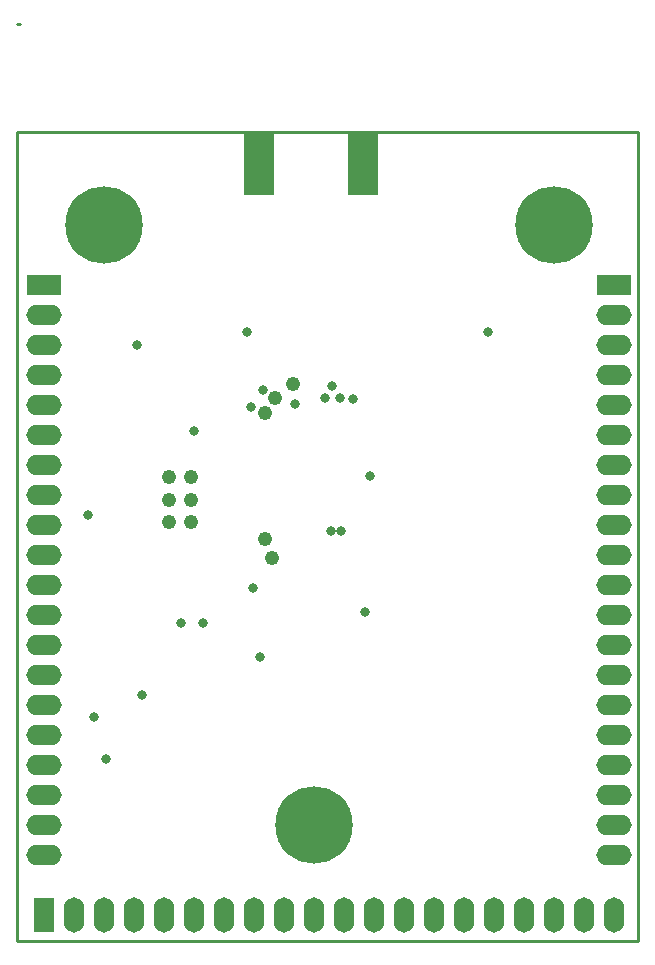
<source format=gbs>
G04 Layer_Color=16711935*
%FSLAX25Y25*%
%MOIN*%
G70*
G01*
G75*
%ADD22C,0.01000*%
%ADD53R,0.10308X0.20800*%
%ADD56C,0.25800*%
%ADD57O,0.11800X0.06800*%
%ADD58R,0.11800X0.06800*%
%ADD59O,0.06800X0.11800*%
%ADD60R,0.06800X0.11800*%
%ADD61C,0.03200*%
%ADD62C,0.04800*%
D22*
X99500Y406000D02*
X100500D01*
X136500Y370000D02*
X306500D01*
Y362500D02*
Y370000D01*
X99500Y100500D02*
Y362500D01*
X306500Y100500D02*
Y362500D01*
X99500Y100500D02*
X306500D01*
X99500Y370000D02*
X136500D01*
X99500Y362500D02*
Y370000D01*
D53*
X180246Y359500D02*
D03*
X214754D02*
D03*
D56*
X278500Y339000D02*
D03*
X128500D02*
D03*
X198500Y139000D02*
D03*
D57*
X298500Y129000D02*
D03*
Y139000D02*
D03*
Y149000D02*
D03*
Y159000D02*
D03*
Y169000D02*
D03*
Y179000D02*
D03*
Y189000D02*
D03*
Y199000D02*
D03*
Y209000D02*
D03*
Y219000D02*
D03*
Y229000D02*
D03*
Y239000D02*
D03*
Y249000D02*
D03*
Y259000D02*
D03*
Y269000D02*
D03*
Y279000D02*
D03*
Y289000D02*
D03*
Y299000D02*
D03*
Y309000D02*
D03*
X108500Y129000D02*
D03*
Y139000D02*
D03*
Y149000D02*
D03*
Y159000D02*
D03*
Y169000D02*
D03*
Y179000D02*
D03*
Y189000D02*
D03*
Y199000D02*
D03*
Y209000D02*
D03*
Y219000D02*
D03*
Y229000D02*
D03*
Y239000D02*
D03*
Y249000D02*
D03*
Y259000D02*
D03*
Y269000D02*
D03*
Y279000D02*
D03*
Y289000D02*
D03*
Y299000D02*
D03*
Y309000D02*
D03*
D58*
X298500Y319000D02*
D03*
X108500D02*
D03*
D59*
X298500Y109000D02*
D03*
X288500D02*
D03*
X278500D02*
D03*
X268500D02*
D03*
X258500D02*
D03*
X248500D02*
D03*
X238500D02*
D03*
X228500D02*
D03*
X218500D02*
D03*
X208500D02*
D03*
X198500D02*
D03*
X188500D02*
D03*
X178500D02*
D03*
X168500D02*
D03*
X158500D02*
D03*
X148500D02*
D03*
X138500D02*
D03*
X128500D02*
D03*
X118500D02*
D03*
D60*
X108500D02*
D03*
D61*
X215500Y210000D02*
D03*
X180500Y195000D02*
D03*
X211500Y281000D02*
D03*
X207000Y281500D02*
D03*
X204500Y285500D02*
D03*
X202000Y281500D02*
D03*
X154000Y206500D02*
D03*
X161500D02*
D03*
X139500Y299000D02*
D03*
X217000Y255500D02*
D03*
X204000Y237000D02*
D03*
X207500D02*
D03*
X177500Y278500D02*
D03*
X192000Y279500D02*
D03*
X123000Y242500D02*
D03*
X181500Y284000D02*
D03*
X158500Y270500D02*
D03*
X141000Y182500D02*
D03*
X125000Y175000D02*
D03*
X178000Y218000D02*
D03*
X256500Y303500D02*
D03*
X176000D02*
D03*
X129000Y161000D02*
D03*
D62*
X157500Y240000D02*
D03*
Y247500D02*
D03*
Y255000D02*
D03*
X150000D02*
D03*
Y247500D02*
D03*
Y240000D02*
D03*
X182000Y234500D02*
D03*
X184500Y228000D02*
D03*
X185500Y281500D02*
D03*
X182000Y276500D02*
D03*
X191500Y286000D02*
D03*
M02*

</source>
